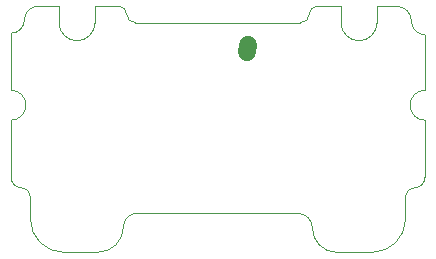
<source format=gbr>
G04 (created by PCBNEW (2013-may-18)-stable) date Thu 17 Sep 2015 08:38:54 AM EDT*
%MOIN*%
G04 Gerber Fmt 3.4, Leading zero omitted, Abs format*
%FSLAX34Y34*%
G01*
G70*
G90*
G04 APERTURE LIST*
%ADD10C,0.00590551*%
%ADD11C,0.00393701*%
%ADD12C,0.059*%
G04 APERTURE END LIST*
G54D10*
G54D11*
X103300Y-40200D02*
X103950Y-40200D01*
X92700Y-40200D02*
X92000Y-40200D01*
X91100Y-45900D02*
X91100Y-44000D01*
X91750Y-46550D02*
X91750Y-47300D01*
X91100Y-45900D02*
G75*
G03X91450Y-46250I350J0D01*
G74*
G01*
X91750Y-46550D02*
G75*
G03X91450Y-46250I-300J0D01*
G74*
G01*
X104900Y-45900D02*
X104900Y-44000D01*
X104250Y-46550D02*
X104250Y-47300D01*
X104550Y-46250D02*
G75*
G03X104900Y-45900I0J350D01*
G74*
G01*
X104550Y-46250D02*
G75*
G03X104250Y-46550I0J-300D01*
G74*
G01*
X100750Y-40750D02*
X95250Y-40750D01*
X102100Y-40200D02*
X101300Y-40200D01*
X101300Y-40200D02*
G75*
G03X101050Y-40450I0J-250D01*
G74*
G01*
X100750Y-40750D02*
G75*
G03X101050Y-40450I0J300D01*
G74*
G01*
X94700Y-40200D02*
X93900Y-40200D01*
X94950Y-40450D02*
G75*
G03X95250Y-40750I300J0D01*
G74*
G01*
X94950Y-40450D02*
G75*
G03X94700Y-40200I-250J0D01*
G74*
G01*
X95300Y-47100D02*
X100650Y-47100D01*
X101950Y-48400D02*
X103150Y-48400D01*
X101150Y-47600D02*
G75*
G03X101950Y-48400I800J0D01*
G74*
G01*
X101150Y-47600D02*
G75*
G03X100650Y-47100I-500J0D01*
G74*
G01*
X92850Y-48400D02*
X94000Y-48400D01*
X94000Y-48400D02*
G75*
G03X94850Y-47550I0J850D01*
G74*
G01*
X95300Y-47100D02*
G75*
G03X94850Y-47550I0J-450D01*
G74*
G01*
X103150Y-48400D02*
G75*
G03X104250Y-47300I0J1100D01*
G74*
G01*
X91750Y-47300D02*
G75*
G03X92850Y-48400I1100J0D01*
G74*
G01*
X104900Y-41150D02*
X104900Y-43000D01*
X103300Y-40750D02*
X103300Y-40200D01*
X102100Y-40750D02*
X102100Y-40200D01*
X102100Y-40750D02*
G75*
G03X102700Y-41350I600J0D01*
G74*
G01*
X102700Y-41350D02*
G75*
G03X103300Y-40750I0J600D01*
G74*
G01*
X104900Y-41150D02*
G75*
G02X104450Y-40700I0J450D01*
G74*
G01*
X103950Y-40200D02*
G75*
G02X104450Y-40700I0J-500D01*
G74*
G01*
X93900Y-40200D02*
X93900Y-40750D01*
X92700Y-40200D02*
X92700Y-40750D01*
X91100Y-41100D02*
X91100Y-43000D01*
X93300Y-41350D02*
G75*
G03X93900Y-40750I0J600D01*
G74*
G01*
X92700Y-40750D02*
G75*
G03X93300Y-41350I600J0D01*
G74*
G01*
G54D12*
X98984Y-41728D02*
X99000Y-41500D01*
G54D11*
X91100Y-44000D02*
G75*
G03X91600Y-43500I0J500D01*
G74*
G01*
X91600Y-43500D02*
G75*
G03X91100Y-43000I-500J0D01*
G74*
G01*
X104400Y-43500D02*
G75*
G03X104900Y-44000I500J0D01*
G74*
G01*
X104900Y-43000D02*
G75*
G03X104400Y-43500I0J-500D01*
G74*
G01*
X91100Y-41100D02*
G75*
G03X91550Y-40650I0J450D01*
G74*
G01*
X92000Y-40200D02*
G75*
G03X91550Y-40650I0J-450D01*
G74*
G01*
M02*

</source>
